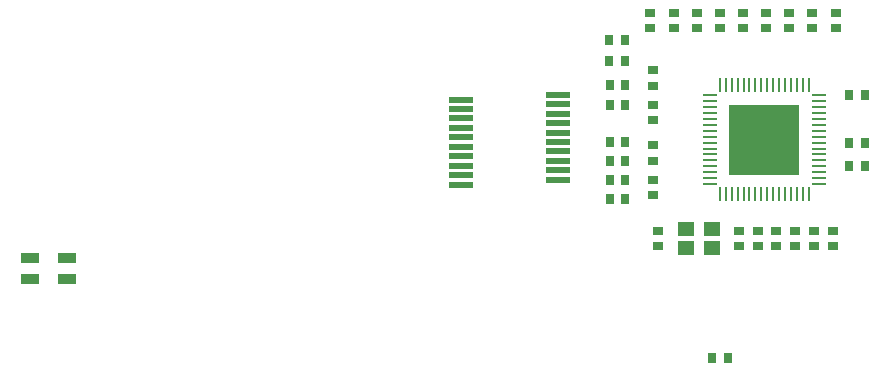
<source format=gtp>
%FSTAX23Y23*%
%MOIN*%
%SFA1B1*%

%IPPOS*%
%ADD15R,0.078740X0.019680*%
%ADD16R,0.027560X0.037400*%
%ADD17R,0.059060X0.035430*%
%ADD18O,0.009840X0.051180*%
%ADD19O,0.051180X0.009840*%
%ADD20R,0.236220X0.236220*%
%ADD21R,0.037400X0.027560*%
%ADD22R,0.055120X0.047240*%
%LNboard-1*%
%LPD*%
G54D15*
X04039Y04979D03*
Y04947D03*
Y04916D03*
Y04884D03*
Y04853D03*
X03716Y04679D03*
Y04711D03*
Y04742D03*
Y04774D03*
Y04805D03*
Y04837D03*
Y04868D03*
Y049D03*
Y04931D03*
X04039Y04821D03*
Y0479D03*
Y04758D03*
Y04727D03*
Y04695D03*
X03716Y04963D03*
G54D16*
X04604Y041D03*
X04552D03*
X04261Y04633D03*
X0421D03*
X04261Y04695D03*
X0421D03*
X04261Y04758D03*
X0421D03*
X04261Y04821D03*
X0421D03*
X04209Y0516D03*
X0426D03*
Y0509D03*
X04209D03*
X04261Y0501D03*
X0421D03*
X04261Y04946D03*
X0421D03*
X05009Y0474D03*
X0506D03*
X05009Y04819D03*
X0506D03*
X05009Y04977D03*
X0506D03*
G54D17*
X02278Y04364D03*
Y04435D03*
X024Y04364D03*
Y04435D03*
G54D18*
X04578Y04648D03*
X04598D03*
X04617D03*
X04637D03*
X04657D03*
X04676D03*
X04696D03*
X04716D03*
X04735D03*
X04755D03*
X04775D03*
X04795D03*
X04814D03*
X04834D03*
X04854D03*
X04873D03*
Y0501D03*
X04854D03*
X04834D03*
X04814D03*
X04795D03*
X04775D03*
X04755D03*
X04735D03*
X04716D03*
X04696D03*
X04676D03*
X04657D03*
X04637D03*
X04617D03*
X04598D03*
X04578D03*
G54D19*
X04907Y04681D03*
Y04701D03*
Y04721D03*
Y0474D03*
Y0476D03*
Y0478D03*
Y04799D03*
Y04819D03*
Y04839D03*
Y04859D03*
Y04878D03*
Y04898D03*
Y04918D03*
Y04937D03*
Y04957D03*
Y04977D03*
X04545D03*
Y04957D03*
Y04937D03*
Y04918D03*
Y04898D03*
Y04878D03*
Y04859D03*
Y04839D03*
Y04819D03*
Y04799D03*
Y0478D03*
Y0476D03*
Y0474D03*
Y04721D03*
Y04701D03*
Y04681D03*
G54D20*
X04726Y04829D03*
G54D21*
X04963Y05201D03*
Y05252D03*
X04886Y05201D03*
Y05252D03*
X04808Y05201D03*
Y05252D03*
X04731D03*
Y05201D03*
X04654D03*
Y05252D03*
X04577D03*
Y05201D03*
X045D03*
Y05252D03*
X04423Y05201D03*
Y05252D03*
X04346D03*
Y05201D03*
X04371Y04526D03*
Y04475D03*
X04355Y04644D03*
Y04695D03*
Y0481D03*
Y04759D03*
Y0506D03*
Y05009D03*
Y04894D03*
Y04945D03*
X04641Y04475D03*
Y04526D03*
X04704D03*
Y04475D03*
X04766Y04526D03*
Y04475D03*
X04828Y04526D03*
Y04475D03*
X04891Y04526D03*
Y04475D03*
X04953Y04526D03*
Y04475D03*
G54D22*
X0455Y04469D03*
Y04532D03*
X04463Y04469D03*
Y04532D03*
M02*
</source>
